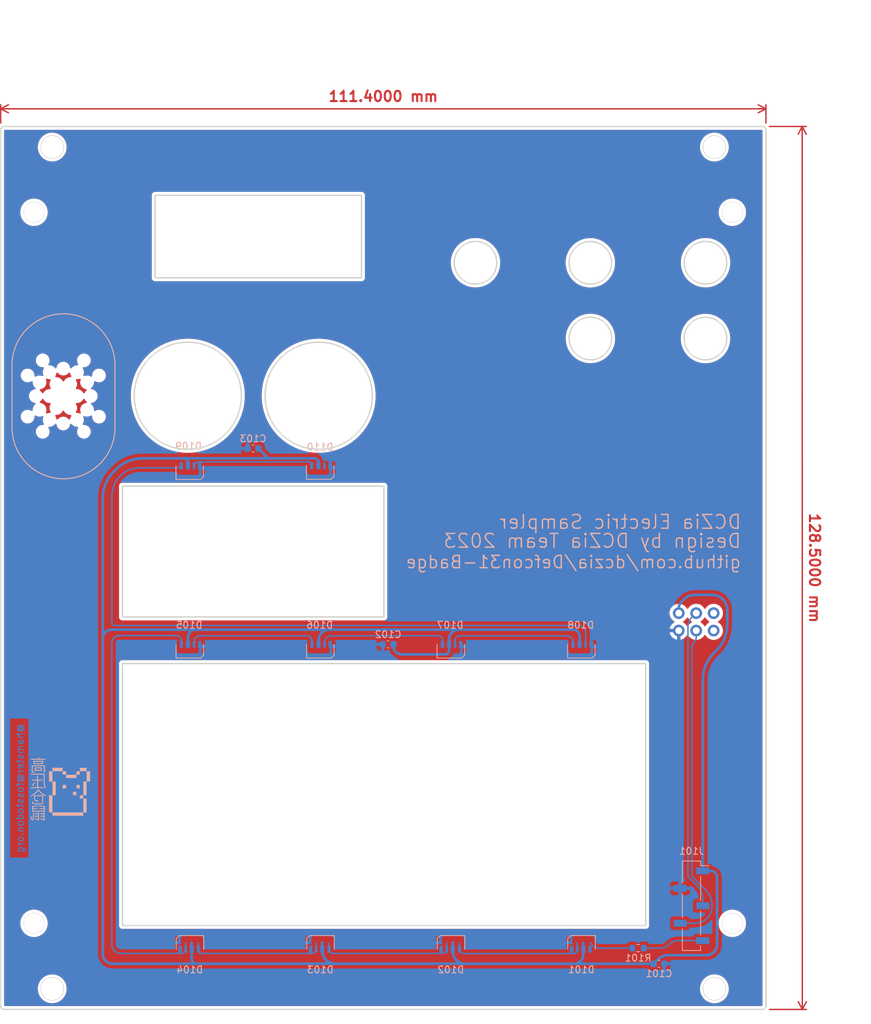
<source format=kicad_pcb>
(kicad_pcb (version 20221018) (generator pcbnew)
  (layers (0 "F.Cu" signal) (31 "B.Cu" signal) (34 "B.Paste" user) (35 "F.Paste" user) (36 "B.SilkS" user "B.Silkscreen") (37 "F.SilkS" user "F.Silkscreen") (38 "B.Mask" user) (39 "F.Mask" user) (44 "Edge.Cuts" user))
  (net 0 "")
  (net 1 "GND")
  (net 2 "+3V3")
  (net 3 "Net-(D101-DOUT)")
  (net 4 "Net-(D101-DIN)")
  (net 5 "Net-(D102-DOUT)")
  (net 6 "Net-(D103-DOUT)")
  (net 7 "Net-(D104-DOUT)")
  (net 8 "Net-(D105-DOUT)")
  (net 9 "Net-(D106-DOUT)")
  (net 10 "Net-(D107-DOUT)")
  (net 11 "Net-(D108-DOUT)")
  (net 12 "Net-(D109-DOUT)")
  (net 13 "SDA")
  (net 14 "SCL")
  (net 15 "Net-(J101-Pin_5)")
  (footprint "lib_fp:MountingHole_1.6" (layer "F.Cu") (at 103.97 156.87)
    (fp_text reference "HOLE3" hide)
    (fp_text value "MountingHole_1.6" hide)
    (pad "" np_thru_hole circle (at 0 0) (size 3.2 3.2) (drill 3.2) (layers "F&B.Cu" "*.Mask"))
  )
  (footprint "lib_fp:MountingHole_1.6" (layer "F.Cu") (at 103.97 34.37)
    (fp_text reference "HOLE1" hide)
    (fp_text value "MountingHole_1.6" hide)
    (pad "" np_thru_hole circle (at 0 0) (size 3.2 3.2) (drill 3.2) (layers "F&B.Cu" "*.Mask"))
  )
  (footprint "lib_fp:Badgelife-Shitty-v1.69bis" (layer "F.Cu") (at 197.72 103.465)
    (fp_text reference "X101" hide)
    (fp_text value "Badgelife_sao_connector_v169bis" hide)
    (pad "1" thru_hole oval (at -2.54 -1.27) (size 1.7 1.7) (drill 1) (layers "*.Cu" "B.Mask") (net 2 "+3V3"))
    (pad "2" thru_hole oval (at -2.54 1.27) (size 1.7 1.7) (drill 1) (layers "*.Cu" "B.Mask") (net 1 "GND"))
    (pad "3" thru_hole circle (at 0 -1.27) (size 1.7 1.7) (drill 1) (layers "*.Cu" "B.Mask") (net 13 "SDA"))
    (pad "4" thru_hole oval (at 0 1.27) (size 1.7 1.7) (drill 1) (layers "*.Cu" "B.Mask") (net 14 "SCL"))
    (pad "5" thru_hole circle (at 2.54 -1.27) (size 1.7 1.7) (drill 1) (layers "*.Cu" "B.Mask"))
    (pad "6" thru_hole oval (at 2.54 1.27) (size 1.7 1.7) (drill 1) (layers "*.Cu" "B.Mask"))
  )
  (footprint "lib_fp:MountingHole_1.6" (layer "F.Cu") (at 200.37 34.37)
    (fp_text reference "HOLE2" hide)
    (fp_text value "MountingHole_1.6" hide)
    (pad "" np_thru_hole circle (at 0 0) (size 3.2 3.2) (drill 3.2) (layers "F&B.Cu" "*.Mask"))
  )
  (footprint "lib_fp:MountingHole_1.6" (layer "F.Cu") (at 200.37 156.86)
    (fp_text reference "HOLE4" hide)
    (fp_text value "MountingHole_1.6" hide)
    (pad "" np_thru_hole circle (at 0 0) (size 3.2 3.2) (drill 3.2) (layers "F&B.Cu" "*.Mask"))
  )
  (footprint "Capacitor_SMD:C_0603_1608Metric" (layer "B.Cu") (at 133.21 78.24 180)
    (fp_text reference "C103" (at 0 1.43) (layer "B.SilkS") (effects (justify mirror)))
    (fp_text value "0.1uF" hide)
    (pad "1" smd roundrect (at -0.775 0 180) (size 0.9 0.95) (layers "B.Cu" "B.Paste" "B.Mask") (net 2 "+3V3"))
    (pad "2" smd roundrect (at 0.775 0 180) (size 0.9 0.95) (layers "B.Cu" "B.Paste" "B.Mask") (net 1 "GND"))
  )
  (footprint "lib_fp:LED_SK6812_4020_" (layer "B.Cu") (at 124.0934 80.7816)
    (fp_text reference "D109" (at -0.27 -2.9) (layer "B.SilkS") (effects (justify mirror)))
    (fp_text value "WS2812B")
    (pad "1" smd rect (at -1.3334 -0.0116) (size 0.45 1) (layers "B.Cu" "B.Paste" "B.Mask") (net 11 "Net-(D108-DOUT)"))
    (pad "2" smd rect (at -0.3584 -0.0116) (size 0.6 1) (layers "B.Cu" "B.Paste" "B.Mask") (net 2 "+3V3"))
    (pad "3" smd rect (at 0.5166 -0.0116) (size 0.35 1) (layers "B.Cu" "B.Paste" "B.Mask") (net 12 "Net-(D109-DOUT)"))
    (pad "4" smd rect (at 1.3416 -0.0116) (size 0.5 1) (layers "B.Cu" "B.Paste" "B.Mask") (net 1 "GND"))
  )
  (footprint "lib_fp:LED_SK6812_4020_" (layer "B.Cu") (at 123.9266 151.0884 180)
    (fp_text reference "D104" (at -0.07 -3) (layer "B.SilkS") (effects (justify mirror)))
    (fp_text value "WS2812B")
    (pad "1" smd rect (at -1.3334 -0.0116 180) (size 0.45 1) (layers "B.Cu" "B.Paste" "B.Mask") (net 6 "Net-(D103-DOUT)"))
    (pad "2" smd rect (at -0.3584 -0.0116 180) (size 0.6 1) (layers "B.Cu" "B.Paste" "B.Mask") (net 2 "+3V3"))
    (pad "3" smd rect (at 0.5166 -0.0116 180) (size 0.35 1) (layers "B.Cu" "B.Paste" "B.Mask") (net 7 "Net-(D104-DOUT)"))
    (pad "4" smd rect (at 1.3416 -0.0116 180) (size 0.5 1) (layers "B.Cu" "B.Paste" "B.Mask") (net 1 "GND"))
  )
  (footprint "lib_fp:LED_SK6812_4020_" (layer "B.Cu") (at 142.9266 151.0884 180)
    (fp_text reference "D103" (at -0.07 -3) (layer "B.SilkS") (effects (justify mirror)))
    (fp_text value "WS2812B")
    (pad "1" smd rect (at -1.3334 -0.0116 180) (size 0.45 1) (layers "B.Cu" "B.Paste" "B.Mask") (net 5 "Net-(D102-DOUT)"))
    (pad "2" smd rect (at -0.3584 -0.0116 180) (size 0.6 1) (layers "B.Cu" "B.Paste" "B.Mask") (net 2 "+3V3"))
    (pad "3" smd rect (at 0.5166 -0.0116 180) (size 0.35 1) (layers "B.Cu" "B.Paste" "B.Mask") (net 6 "Net-(D103-DOUT)"))
    (pad "4" smd rect (at 1.3416 -0.0116 180) (size 0.5 1) (layers "B.Cu" "B.Paste" "B.Mask") (net 1 "GND"))
  )
  (footprint "lib_fp:LED_SK6812_4020_" (layer "B.Cu") (at 143.1034 106.7616)
    (fp_text reference "D106" (at -0.19 -2.83) (layer "B.SilkS") (effects (justify mirror)))
    (fp_text value "WS2812B")
    (pad "1" smd rect (at -1.3334 -0.0116) (size 0.45 1) (layers "B.Cu" "B.Paste" "B.Mask") (net 8 "Net-(D105-DOUT)"))
    (pad "2" smd rect (at -0.3584 -0.0116) (size 0.6 1) (layers "B.Cu" "B.Paste" "B.Mask") (net 2 "+3V3"))
    (pad "3" smd rect (at 0.5166 -0.0116) (size 0.35 1) (layers "B.Cu" "B.Paste" "B.Mask") (net 9 "Net-(D106-DOUT)"))
    (pad "4" smd rect (at 1.3416 -0.0116) (size 0.5 1) (layers "B.Cu" "B.Paste" "B.Mask") (net 1 "GND"))
  )
  (footprint "lib_fp:LED_SK6812_4020_" (layer "B.Cu") (at 161.9266 151.0884 180)
    (fp_text reference "D102" (at -0.07 -3) (layer "B.SilkS") (effects (justify mirror)))
    (fp_text value "WS2812B")
    (pad "1" smd rect (at -1.3334 -0.0116 180) (size 0.45 1) (layers "B.Cu" "B.Paste" "B.Mask") (net 3 "Net-(D101-DOUT)"))
    (pad "2" smd rect (at -0.3584 -0.0116 180) (size 0.6 1) (layers "B.Cu" "B.Paste" "B.Mask") (net 2 "+3V3"))
    (pad "3" smd rect (at 0.5166 -0.0116 180) (size 0.35 1) (layers "B.Cu" "B.Paste" "B.Mask") (net 5 "Net-(D102-DOUT)"))
    (pad "4" smd rect (at 1.3416 -0.0116 180) (size 0.5 1) (layers "B.Cu" "B.Paste" "B.Mask") (net 1 "GND"))
  )
  (footprint "lib_fp:LED_SK6812_4020_" (layer "B.Cu") (at 143.0834 80.7516)
    (fp_text reference "D110" (at -0.12 -2.74) (layer "B.SilkS") (effects (justify mirror)))
    (fp_text value "WS2812B")
    (pad "1" smd rect (at -1.3334 -0.0116) (size 0.45 1) (layers "B.Cu" "B.Paste" "B.Mask") (net 12 "Net-(D109-DOUT)"))
    (pad "2" smd rect (at -0.3584 -0.0116) (size 0.6 1) (layers "B.Cu" "B.Paste" "B.Mask") (net 2 "+3V3"))
    (pad "3" smd rect (at 0.5166 -0.0116) (size 0.35 1) (layers "B.Cu" "B.Paste" "B.Mask"))
    (pad "4" smd rect (at 1.3416 -0.0116) (size 0.5 1) (layers "B.Cu" "B.Paste" "B.Mask") (net 1 "GND"))
  )
  (footprint "lib_fp:LED_SK6812_4020_" (layer "B.Cu") (at 181.1034 106.7616)
    (fp_text reference "D108" (at -0.19 -2.83) (layer "B.SilkS") (effects (justify mirror)))
    (fp_text value "WS2812B")
    (pad "1" smd rect (at -1.3334 -0.0116) (size 0.45 1) (layers "B.Cu" "B.Paste" "B.Mask") (net 10 "Net-(D107-DOUT)"))
    (pad "2" smd rect (at -0.3584 -0.0116) (size 0.6 1) (layers "B.Cu" "B.Paste" "B.Mask") (net 2 "+3V3"))
    (pad "3" smd rect (at 0.5166 -0.0116) (size 0.35 1) (layers "B.Cu" "B.Paste" "B.Mask") (net 11 "Net-(D108-DOUT)"))
    (pad "4" smd rect (at 1.3416 -0.0116) (size 0.5 1) (layers "B.Cu" "B.Paste" "B.Mask") (net 1 "GND"))
  )
  (footprint "lib_fp:hamster" (layer "B.Cu") (at 105.167809 127.766977 180)
    (fp_text reference "G***" hide)
    (fp_text value "LOGO" hide)
  )
  (footprint "lib_fp:LED_SK6812_4020_" (layer "B.Cu") (at 124.1034 106.7616)
    (fp_text reference "D105" (at -0.19 -2.83) (layer "B.SilkS") (effects (justify mirror)))
    (fp_text value "WS2812B")
    (pad "1" smd rect (at -1.3334 -0.0116) (size 0.45 1) (layers "B.Cu" "B.Paste" "B.Mask") (net 7 "Net-(D104-DOUT)"))
    (pad "2" smd rect (at -0.3584 -0.0116) (size 0.6 1) (layers "B.Cu" "B.Paste" "B.Mask") (net 2 "+3V3"))
    (pad "3" smd rect (at 0.5166 -0.0116) (size 0.35 1) (layers "B.Cu" "B.Paste" "B.Mask") (net 8 "Net-(D105-DOUT)"))
    (pad "4" smd rect (at 1.3416 -0.0116) (size 0.5 1) (layers "B.Cu" "B.Paste" "B.Mask") (net 1 "GND"))
  )
  (footprint "Capacitor_SMD:C_0603_1608Metric" (layer "B.Cu") (at 192.29 153.225)
    (fp_text reference "C101" (at 0 1.43) (layer "B.SilkS") (effects (justify mirror)))
    (fp_text value "0.1uF")
    (pad "1" smd roundrect (at -0.775 0) (size 0.9 0.95) (layers "B.Cu" "B.Paste" "B.Mask") (net 2 "+3V3"))
    (pad "2" smd roundrect (at 0.775 0) (size 0.9 0.95) (layers "B.Cu" "B.Paste" "B.Mask") (net 1 "GND"))
  )
  (footprint "Resistor_SMD:R_0603_1608Metric" (layer "B.Cu") (at 189.26 150.95)
    (fp_text reference "R101" (at 0 1.43) (layer "B.SilkS") (effects (justify mirror)))
    (fp_text value "10R")
    (pad "1" smd roundrect (at -0.825 0) (size 0.8 0.95) (layers "B.Cu" "B.Paste" "B.Mask") (net 4 "Net-(D101-DIN)"))
    (pad "2" smd roundrect (at 0.825 0) (size 0.8 0.95) (layers "B.Cu" "B.Paste" "B.Mask") (net 15 "Net-(J101-Pin_5)"))
  )
  (footprint "Connector_PinSocket_2.54mm:PinSocket_1x05_P2.54mm_Vertical_SMD_Pin1Left" (layer "B.Cu") (at 197.03 144.78 180)
    (fp_text reference "J101" (at 0 7.95) (layer "B.SilkS") (effects (justify mirror)))
    (fp_text value "FRONT")
    (pad "1" smd rect (at -1.65 5.08 180) (size 1.9 1) (layers "B.Cu" "B.Paste" "B.Mask") (net 2 "+3V3"))
    (pad "2" smd rect (at 1.65 2.54 180) (size 1.9 1) (layers "B.Cu" "B.Paste" "B.Mask") (net 1 "GND"))
    (pad "3" smd rect (at -1.65 0 180) (size 1.9 1) (layers "B.Cu" "B.Paste" "B.Mask") (net 13 "SDA"))
    (pad "4" smd rect (at 1.65 -2.54 180) (size 1.9 1) (layers "B.Cu" "B.Paste" "B.Mask") (net 14 "SCL"))
    (pad "5" smd rect (at -1.65 -5.08 180) (size 1.9 1) (layers "B.Cu" "B.Paste" "B.Mask") (net 15 "Net-(J101-Pin_5)"))
  )
  (footprint "lib_fp:LED_SK6812_4020_" (layer "B.Cu") (at 180.9266 151.0884 180)
    (fp_text reference "D101" (at -0.07 -3) (layer "B.SilkS") (effects (justify mirror)))
    (fp_text value "WS2812B")
    (pad "1" smd rect (at -1.3334 -0.0116 180) (size 0.45 1) (layers "B.Cu" "B.Paste" "B.Mask") (net 4 "Net-(D101-DIN)"))
    (pad "2" smd rect (at -0.3584 -0.0116 180) (size 0.6 1) (layers "B.Cu" "B.Paste" "B.Mask") (net 2 "+3V3"))
    (pad "3" smd rect (at 0.5166 -0.0116 180) (size 0.35 1) (layers "B.Cu" "B.Paste" "B.Mask") (net 3 "Net-(D101-DOUT)"))
    (pad "4" smd rect (at 1.3416 -0.0116 180) (size 0.5 1) (layers "B.Cu" "B.Paste" "B.Mask") (net 1 "GND"))
  )
  (footprint "Capacitor_SMD:C_0603_1608Metric" (layer "B.Cu") (at 152.87 106.73 180)
    (fp_text reference "C102" (at 0 1.43) (layer "B.SilkS") (effects (justify mirror)))
    (fp_text value "0.1uF")
    (pad "1" smd roundrect (at -0.775 0 180) (size 0.9 0.95) (layers "B.Cu" "B.Paste" "B.Mask") (net 2 "+3V3"))
    (pad "2" smd roundrect (at 0.775 0 180) (size 0.9 0.95) (layers "B.Cu" "B.Paste" "B.Mask") (net 1 "GND"))
  )
  (footprint "lib_fp:Speaker" (layer "B.Cu") (at 105.585 70.605 90)
    (fp_text reference "REF**" hide)
    (fp_text value "Speaker" hide)
    (pad "" np_thru_hole circle (at -5.196152 -3 90) (size 1.5 1.5) (drill 1.5) (layers "*.Cu" "*.Mask"))
    (pad "" np_thru_hole circle (at -5.196152 3 90) (size 1.5 1.5) (drill 1.5) (layers "*.Cu" "*.Mask"))
    (pad "" np_thru_hole circle (at -4 0 90) (size 1.5 1.5) (drill 1.5) (layers "*.Cu" "*.Mask"))
    (pad "" np_thru_hole circle (at -3.464102 -2 90) (size 1.5 1.5) (drill 1.5) (layers "*.Cu" "*.Mask"))
    (pad "" np_thru_hole circle (at -3.464102 2 90) (size 1.5 1.5) (drill 1.5) (layers "*.Cu" "*.Mask"))
    (pad "" np_thru_hole circle (at -3 -5.196152 90) (size 1.5 1.5) (drill 1.5) (layers "*.Cu" "*.Mask"))
    (pad "" np_thru_hole circle (at -3 5.196152 90) (size 1.5 1.5) (drill 1.5) (layers "*.Cu" "*.Mask"))
    (pad "" np_thru_hole circle (at -2 -3.464102 90) (size 1.5 1.5) (drill 1.5) (layers "*.Cu" "*.Mask"))
    (pad "" np_thru_hole circle (at -2 3.464102 90) (size 1.5 1.5) (drill 1.5) (layers "*.Cu" "*.Mask"))
    (pad "" np_thru_hole circle (at -1.732051 -1 90) (size 1.5 1.5) (drill 1.5) (layers "*.Cu" "*.Mask"))
    (pad "" np_thru_hole circle (at -1.732051 1 90) (size 1.5 1.5) (drill 1.5) (layers "*.Cu" "*.Mask"))
    (pad "" np_thru_hole circle (at 0 -4 90) (size 1.5 1.5) (drill 1.5) (layers "*.Cu" "*.Mask"))
    (pad "" np_thru_hole circle (at 0 -2 90) (size 1.5 1.5) (drill 1.5) (layers "*.Cu" "*.Mask"))
    (pad "" np_thru_hole circle (at 0 0 90) (size 1.5 1.5) (drill 1.5) (layers "*.Cu" "*.Mask"))
    (pad "" np_thru_hole circle (at 0 2 90) (size 1.5 1.5) (drill 1.5) (layers "*.Cu" "*.Mask"))
    (pad "" np_thru_hole circle (at 0 4 90) (size 1.5 1.5) (drill 1.5) (layers "*.Cu" "*.Mask"))
    (pad "" np_thru_hole circle (at 1.732051 -1 90) (size 1.5 1.5) (drill 1.5) (layers "*.Cu" "*.Mask"))
    (pad "" np_thru_hole circle (at 1.732051 1 90) (size 1.5 1.5) (drill 1.5) (layers "*.Cu" "*.Mask"))
    (pad "" np_thru_hole circle (at 2 -3.464102 90) (size 1.5 1.5) (drill 1.5) (layers "*.Cu" "*.Mask"))
    (pad "" np_thru_hole circle (at 2 3.464102 90) (size 1.5 1.5) (drill 1.5) (layers "*.Cu" "*.Mask"))
    (pad "" np_thru_hole circle (at 3 -5.196152 90) (size 1.5 1.5) (drill 1.5) (layers "*.Cu" "*.Mask"))
    (pad "" np_thru_hole circle (at 3 5.196152 90) (size 1.5 1.5) (drill 1.5) (layers "*.Cu" "*.Mask"))
    (pad "" np_thru_hole circle (at 3.464102 -2 90) (size 1.5 1.5) (drill 1.5) (layers "*.Cu" "*.Mask"))
    (pad "" np_thru_hole circle (at 3.464102 2 90) (size 1.5 1.5) (drill 1.5) (layers "*.Cu" "*.Mask"))
    (pad "" np_thru_hole circle (at 4 0 90) (size 1.5 1.5) (drill 1.5) (layers "*.Cu" "*.Mask"))
    (pad "" np_thru_hole circle (at 5.196152 -3 90) (size 1.5 1.5) (drill 1.5) (layers "*.Cu" "*.Mask"))
    (pad "" np_thru_hole circle (at 5.196152 3 90) (size 1.5 1.5) (drill 1.5) (layers "*.Cu" "*.Mask"))
  )
  (footprint "lib_fp:LED_SK6812_4020_" (layer "B.Cu") (at 162.1034 106.7616)
    (fp_text reference "D107" (at -0.19 -2.83) (layer "B.SilkS") (effects (justify mirror)))
    (fp_text value "WS2812B")
    (pad "1" smd rect (at -1.3334 -0.0116) (size 0.45 1) (layers "B.Cu" "B.Paste" "B.Mask") (net 9 "Net-(D106-DOUT)"))
    (pad "2" smd rect (at -0.3584 -0.0116) (size 0.6 1) (layers "B.Cu" "B.Paste" "B.Mask") (net 2 "+3V3"))
    (pad "3" smd rect (at 0.5166 -0.0116) (size 0.35 1) (layers "B.Cu" "B.Paste" "B.Mask") (net 10 "Net-(D107-DOUT)"))
    (pad "4" smd rect (at 1.3416 -0.0116) (size 0.5 1) (layers "B.Cu" "B.Paste" "B.Mask") (net 1 "GND"))
  )
  (gr_circle (center 200.3714 156.869) (end 201.9714 156.869) (stroke (width 0.2)) (fill none) (layer "Edge.Cuts"))
  (gr_line (start 207.371447 159.866447) (end 96.973553 159.866447) (stroke (width 0.2)) (layer "Edge.Cuts"))
  (gr_line (start 96.47 159.371447) (end 96.47 31.87) (stroke (width 0.2)) (layer "Edge.Cuts"))
  (gr_arc (start 207.871447 159.366447) (mid 207.725 159.72) (end 207.371447 159.866447) (stroke (width 0.2)) (layer "Edge.Cuts"))
  (gr_circle (center 165.59 51.2) (end 168.69 51.2) (stroke (width 0.2)) (fill none) (layer "Edge.Cuts"))
  (gr_circle (center 101.32 147.34) (end 102.82 147.34) (stroke (width 0.05)) (fill none) (layer "Edge.Cuts"))
  (gr_circle (center 142.76 70.56) (end 150.56 70.56) (stroke (width 0.2)) (fill none) (layer "Edge.Cuts"))
  (gr_circle (center 199.08 51.2) (end 202.18 51.2) (stroke (width 0.2)) (fill none) (layer "Edge.Cuts"))
  (gr_circle (center 200.3714 34.369) (end 201.9714 34.369) (stroke (width 0.2)) (fill none) (layer "Edge.Cuts"))
  (gr_circle (center 202.98 147.34) (end 204.48 147.34) (stroke (width 0.05)) (fill none) (layer "Edge.Cuts"))
  (gr_rect (start 118.95 41.39) (end 148.99 53.39) (stroke (width 0.2)) (fill none) (layer "Edge.Cuts"))
  (gr_line (start 207.371447 31.37) (end 96.97 31.37) (stroke (width 0.2)) (layer "Edge.Cuts"))
  (gr_arc (start 96.47 31.87) (mid 96.616447 31.516447) (end 96.97 31.37) (stroke (width 0.2)) (layer "Edge.Cuts"))
  (gr_circle (center 101.32 43.86) (end 102.82 43.86) (stroke (width 0.05)) (fill none) (layer "Edge.Cuts"))
  (gr_circle (center 182.31 51.21) (end 185.41 51.21) (stroke (width 0.2)) (fill none) (layer "Edge.Cuts"))
  (gr_line (start 207.871447 31.87) (end 207.871447 159.366447) (stroke (width 0.2)) (layer "Edge.Cuts"))
  (gr_rect (start 114.2 83.71) (end 152.26 102.75) (stroke (width 0.2)) (fill none) (layer "Edge.Cuts"))
  (gr_arc (start 96.973553 159.866447) (mid 96.623535 159.721465) (end 96.478553 159.371447) (stroke (width 0.2)) (layer "Edge.Cuts"))
  (gr_circle (center 182.32 62.22) (end 185.42 62.22) (stroke (width 0.2)) (fill none) (layer "Edge.Cuts"))
  (gr_arc (start 207.371447 31.37) (mid 207.725 31.516447) (end 207.871447 31.87) (stroke (width 0.2)) (layer "Edge.Cuts"))
  (gr_circle (center 202.98 43.86) (end 204.48 43.86) (stroke (width 0.05)) (fill none) (layer "Edge.Cuts"))
  (gr_rect (start 114.2 109.54) (end 190.37 147.65) (stroke (width 0.2)) (fill none) (layer "Edge.Cuts"))
  (gr_circle (center 103.9714 156.869) (end 105.5714 156.869) (stroke (width 0.2)) (fill none) (layer "Edge.Cuts"))
  (gr_circle (center 103.9714 34.369) (end 105.5714 34.369) (stroke (width 0.2)) (fill none) (layer "Edge.Cuts"))
  (gr_circle (center 199.07 62.23) (end 202.17 62.23) (stroke (width 0.2)) (fill none) (layer "Edge.Cuts"))
  (gr_circle (center 123.71 70.56) (end 131.51 70.56) (stroke (width 0.2)) (fill none) (layer "Edge.Cuts"))
  (gr_text "@hamster@fosstodon.org" (at 99.865 118.185 90) (layer "B.Cu") (effects (font (size 1 1)) (justify left bottom mirror)))
  (gr_text "Design by DCZia Team 2023" (at 204.395 92.845) (layer "B.SilkS") (effects (font (size 2 2) (thickness 0.2)) (justify left bottom mirror)))
  (gr_text "DCZia Electric Sampler" (at 204.415 90.09) (layer "B.SilkS") (effects (font (size 2 2) (thickness 0.2)) (justify left bottom mirror)))
  (gr_text "github.com/dczia/Defcon31-Badge" (at 204.35 95.815) (layer "B.SilkS") (effects (font (size 1.8 1.8) (thickness 0.2)) (justify left bottom mirror)))
  (dimension (type aligned) (layer "F.Cu") (pts (xy 96.47 31.37) (xy 207.87 31.37)) (height -2.57) (gr_text "111.4000 mm" (at 152.17 27) (layer "F.Cu") (effects (font (size 1.5 1.5) (thickness 0.3)))) (format (prefix "") (suffix "") (units 3) (units_format 1) (precision 4)) (style (thickness 0.2) (arrow_length 1.27) (text_position_mode 0) (extension_height 0.58642) (extension_offset 0.5) keep_text_aligned))
  (dimension (type aligned) (layer "F.Cu") (pts (xy 207.87 31.37) (xy 207.89 159.87)) (height -5.280593) (gr_text "128.5000 mm" (at 214.960593 95.618898 270.0089176) (layer "F.Cu") (effects (font (size 1.5 1.5) (thickness 0.3)))) (format (prefix "") (suffix "") (units 3) (units_format 1) (precision 4)) (style (thickness 0.2) (arrow_length 1.27) (text_position_mode 0) (extension_height 0.58642) (extension_offset 0.5) keep_text_aligned))
  (segment (start 111.33 105.897401) (end 111.33 104.822598) (width 0.381) (layer "B.Cu") (net 2))
  (segment (start 135.7725 79.67) (end 136.4875 79.67) (width 0.381) (layer "B.Cu") (net 2))
  (segment (start 135.7725 79.67) (end 123.53 79.67) (width 0.381) (layer "B.Cu") (net 2))
  (segment (start 112.627401 104.6) (end 123.938664 104.6) (width 0.381) (layer "B.Cu") (net 2))
  (segment (start 136.4875 79.67) (end 135.7725 79.67) (width 0.381) (layer "B.Cu") (net 2))
  (segment (start 164.079533 153.22) (end 162.580466 153.22) (width 0.381) (layer "B.Cu") (net 2))
  (segment (start 161.196654 108.2) (end 154.891187 108.2) (width 0.381) (layer "B.Cu") (net 2))
  (segment (start 124.384228 153.22) (end 112.763969 153.22) (width 0.381) (layer "B.Cu") (net 2))
  (segment (start 143.603898 153.22) (end 124.935771 153.22) (width 0.381) (layer "B.Cu") (net 2))
  (segment (start 123.21 79.67) (end 123.53 79.67) (width 0.381) (layer "B.Cu") (net 2))
  (segment (start 153.645 107.1) (end 153.645 106.73) (width 0.381) (layer "B.Cu") (net 2))
  (segment (start 200.273792 108.021206) (end 200.646207 107.648792) (width 0.381) (layer "B.Cu") (net 2))
  (segment (start 117.113963 79.67) (end 122.73 79.67) (width 0.381) (layer "B.Cu") (net 2))
  (segment (start 197.535807 99.54) (end 200.037832 99.54) (width 0.381) (layer "B.Cu") (net 2))
  (segment (start 192.14 152.6) (end 191.5175 153.2225) (width 0.381) (layer "B.Cu") (net 2))
  (segment (start 162.27 151.410466) (end 162.27 150.16) (width 0.381) (layer "B.Cu") (net 2))
  (segment (start 161.76 105.999827) (end 161.76 107.03) (width 0.381) (layer "B.Cu") (net 2))
  (segment (start 124.27 152.554228) (end 124.27 150.16) (width 0.381) (layer "B.Cu") (net 2))
  (segment (start 123.21 79.67) (end 123.05 79.67) (width 0.381) (layer "B.Cu") (net 2))
  (segment (start 161.76 107.636654) (end 161.76 107.03) (width 0.381) (layer "B.Cu") (net 2))
  (segment (start 144.279325 104.6) (end 143.020674 104.6) (width 0.381) (layer "B.Cu") (net 2))
  (segment (start 111.33 85.453963) (end 111.33 104.822598) (width 0.381) (layer "B.Cu") (net 2))
  (segment (start 179.80402 104.6) (end 163.159827 104.6) (width 0.381) (layer "B.Cu") (net 2))
  (segment (start 195.63078 100.469219) (end 195.87 100.23) (width 0.381) (layer "B.Cu") (net 2))
  (segment (start 135.162209 79.417209) (end 133.985 78.24) (width 0.381) (layer "B.Cu") (net 2))
  (segment (start 111.33 105.897401) (end 111.33 151.78603) (width 0.381) (layer "B.Cu") (net 2))
  (segment (start 202.24 101.742167) (end 202.24 103.801036) (width 0.381) (layer "B.Cu") (net 2))
  (segment (start 162.000172 104.6) (end 163.159827 104.6) (width 0.381) (layer "B.Cu") (net 2))
  (segment (start 198.68 139.7) (end 198.68 111.868963) (width 0.381) (layer "B.Cu") (net 2))
  (segment (start 181.27 151.888456) (end 181.27 150.16) (width 0.381) (layer "B.Cu") (net 2))
  (segment (start 123.483137 79.783137) (end 123.56 79.86) (width 0.381) (layer "B.Cu") (net 2))
  (segment (start 191.506464 153.22) (end 181.041543 153.22) (width 0.381) (layer "B.Cu") (net 2))
  (segment (start 123.938664 104.6) (end 124.801335 104.6) (width 0.381) (layer "B.Cu") (net 2))
  (segment (start 142.76 106.119325) (end 142.76 107.03) (width 0.381) (layer "B.Cu") (net 2))
  (segment (start 179.938456 153.22) (end 164.079533 153.22) (width 0.381) (layer "B.Cu") (net 2))
  (segment (start 200.765 140.67305) (end 200.765 150.421532) (width 0.381) (layer "B.Cu") (net 2))
  (segment (start 195.18 101.5575) (end 195.18 102.195) (width 0.381) (layer "B.Cu") (net 2))
  (segment (start 154.01 107.835) (end 153.906629 107.731629) (width 0.381) (layer "B.Cu") (net 2))
  (segment (start 179.938456 153.22) (end 181.041543 153.22) (width 0.381) (layer "B.Cu") (net 2))
  (segment (start 136.4875 79.67) (end 142.159583 79.67) (width 0.381) (layer "B.Cu") (net 2))
  (segment (start 123.76 105.641335) (end 123.76 107.03) (width 0.381) (layer "B.Cu") (net 2))
  (segment (start 113.266206 81.263792) (end 112.923792 81.606207) (width 0.381) (layer "B.Cu") (net 2))
  (segment (start 143.603898 153.22) (end 145.216101 153.22) (width 0.381) (layer "B.Cu") (net 2))
  (segment (start 145.216101 153.22) (end 162.580466 153.22) (width 0.381) (layer "B.Cu") (net 2))
  (segment (start 180.76 105.555979) (end 180.76 107.03) (width 0.381) (layer "B.Cu") (net 2))
  (segment (start 142.74 80.250416) (end 142.74 81.02) (width 0.381) (layer "B.Cu") (net 2))
  (segment (start 124.384228 153.22) (end 124.935771 153.22) (width 0.381) (layer "B.Cu") (net 2))
  (segment (start 123.05 79.67) (end 122.73 79.67) (width 0.381) (layer "B.Cu") (net 2))
  (segment (start 143.27 151.273898) (end 143.27 150.16) (width 0.381) (layer "B.Cu") (net 2))
  (segment (start 144.279325 104.6) (end 162.000172 104.6) (width 0.381) (layer "B.Cu") (net 2))
  (segment (start 123.75 80.3187) (end 123.75 81.05) (width 0.381) (layer "B.Cu") (net 2))
  (segment (start 193.648883 151.975) (end 199.211532 151.975) (width 0.381) (layer "B.Cu") (net 2))
  (segment (start 143.020674 104.6) (end 124.801335 104.6) (width 0.381) (layer "B.Cu") (net 2))
  (segment (start 199.791949 139.7) (end 198.68 139.7) (width 0.381) (layer "B.Cu") (net 2))
  (arc (start 111.75 152.8) (mid 111.439154 152.334786) (end 111.33 151.78603) (width 0.381) (layer "B.Cu") (net 2))
  (arc (start 201.595 100.185) (mid 202.072369 100.899434) (end 202.24 101.742167) (width 0.381) (layer "B.Cu") (net 2))
  (arc (start 111.33 105.897401) (mid 111.428758 105.400907) (end 111.71 104.98) (width 0.381) (layer "B.Cu") (net 2))
  (arc (start 123.76 105.641335) (mid 123.839266 105.242833) (end 124.065 104.905) (width 0.381) (layer "B.Cu") (net 2))
  (arc (start 154.01 107.835) (mid 154.414292 108.105139) (end 154.891187 108.2) (width 0.381) (layer "B.Cu") (net 2))
  (arc (start 200.31 151.52) (mid 199.806018 151.856749) (end 199.211532 151.975) (width 0.381) (layer "B.Cu") (net 2))
  (arc (start 123.938664 104.6) (mid 124.103729 104.710292) (end 124.065 104.905) (width 0.381) (layer "B.Cu") (net 2))
  (arc (start 161.595 108.035) (mid 161.412237 108.157117) (end 161.196654 108.2) (width 0.381) (layer "B.Cu") (net 2))
  (arc (start 153.645 107.1) (mid 153.712995 107.441835) (end 153.906629 107.731629) (width 0.381) (layer "B.Cu") (net 2))
  (arc (start 162.27 151.410466) (mid 162.407742 152.102944) (end 162.8 152.69) (width 0.381) (layer "B.Cu") (net 2))
  (arc (start 135.162209 79.417209) (mid 135.442212 79.604301) (end 135.7725 79.67) (width 0.381) (layer "B.Cu") (net 2))
  (arc (start 195.63078 100.469219) (mid 195.297153 100.968526) (end 195.18 101.5575) (width 0.381) (layer "B.Cu") (net 2))
  (arc (start 200.273792 108.021206) (mid 199.094213 109.786572) (end 198.68 111.868963) (width 0.381) (layer "B.Cu") (net 2))
  (arc (start 124.065 104.905) (mid 124.402833 104.679266) (end 124.801335 104.6) (width 0.381) (layer "B.Cu") (net 2))
  (arc (start 201.595 100.185) (mid 200.880565 99.70763) (end 200.037832 99.54) (width 0.381) (layer "B.Cu") (net 2))
  (arc (start 144.279325 104.6) (mid 143.697904 104.715651) (end 143.205 105.045) (width 0.381) (layer "B.Cu") (net 2))
  (arc (start 142.74 80.250416) (mid 142.695818 80.0283) (end 142.57 79.84) (width 0.381) (layer "B.Cu") (net 2))
  (arc (start 180.88 152.83) (mid 181.168642 152.398016) (end 181.27 151.888456) (width 0.381) (layer "B.Cu") (net 2))
  (arc (start 162.8 152.69) (mid 162.8673 153.028343) (end 162.580466 153.22) (width 0.381) (layer "B.Cu") (net 2))
  (arc (start 180.88 152.83) (mid 180.448016 153.118642) (end 179.938456 153.22) (width 0.381) (layer "B.Cu") (net 2))
  (arc (start 143.205 105.045) (mid 142.875651 105.537904) (end 142.76 106.119325) (width 0.381) (layer "B.Cu") (net 2))
  (arc (start 197.535807 99.54) (mid 196.634278 99.719325) (end 195.87 100.23) (width 0.381) (layer "B.Cu") (net 2))
  (arc (start 111.71 104.98) (mid 112.130907 104.698758) (end 112.627401 104.6) (width 0.381) (layer "B.Cu") (net 2))
  (arc (start 200.48 139.985) (mid 200.164319 139.774069) (end 199.791949 139.7) (width 0.381) (layer "B.Cu") (net 2))
  (arc (start 124.27 152.554228) (mid 124.320678 152.809008) (end 124.465 153.025) (width 0.381) (layer "B.Cu") (net 2))
  (arc (start 179.80402 104.6) (mid 180.169857 104.672769) (end 180.48 104.88) (width 0.381) (layer "B.Cu") (net 2))
  (arc (start 163.159827 104.6) (mid 162.624136 104.706555) (end 162.17 105.01) (width 0.381) (layer "B.Cu") (net 2))
  (arc (start 143.020674 104.6) (mid 143.261506 104.760918) (end 143.205 105.045) (width 0.381) (layer "B.Cu") (net 2))
  (arc (start 143.27 151.273898) (mid 143.418138 152.018639) (end 143.84 152.65) (width 0.381) (layer "B.Cu") (net 2))
  (arc (start 124.465 153.025) (mid 124.489761 153.149484) (end 124.384228 153.22) (width 0.381) (layer "B.Cu") (net 2))
  (arc (start 111.71 104.98) (mid 111.467413 105.028253) (end 111.33 104.822598) (width 0.381) (layer "B.Cu") (net 2))
  (arc (start 123.75 80.3187) (mid 123.70062 80.070453) (end 123.56 79.86) (width 0.381) (layer "B.Cu") (net 2))
  (arc (start 200.765 150.421532) (mid 200.646749 151.016018) (end 200.31 151.52) (width 0.381) (layer "B.Cu") (net 2))
  (arc (start 143.84 152.65) (mid 144.47136 153.071861) (end 145.216101 153.22) (width 0.381) (layer "B.Cu") (net 2))
  (arc (start 180.76 105.555979) (mid 180.68723 105.190141) (end 180.48 104.88) (width 0.381) (layer "B.Cu") (net 2))
  (arc (start 162.8 152.69) (mid 163.387054 153.082257) (end 164.079533 153.22) (width 0.381) (layer "B.Cu") (net 2))
  (arc (start 191.5125 153.2225) (mid 191.50973 153.220649) (end 191.506464 153.22) (width 0.381) (layer "B.Cu") (net 2))
  (arc (start 162.000172 104.6) (mid 162.222062 104.748262) (end 162.17 105.01) (width 0.381) (layer "B.Cu") (net 2))
  (arc (start 191.5125 153.2225) (mid 191.515 153.223535) (end 191.5175 153.2225) (width 0.381) (layer "B.Cu") (net 2))
  (arc (start 161.76 105.999827) (mid 161.866555 105.464136) (end 162.17 105.01) (width 0.381) (layer "B.Cu") (net 2))
  (arc (start 117.113963 79.67) (mid 115.031572 80.084213) (end 113.266206 81.263792) (width 0.381) (layer "B.Cu") (net 2))
  (arc (start 124.465 153.025) (mid 124.680991 153.169321) (end 124.935771 153.22) (width 0.381) (layer "B.Cu") (net 2))
  (arc (start 193.648883 151.975) (mid 192.832281 152.137432) (end 192.14 152.6) (width 0.381) (layer "B.Cu") (net 2))
  (arc (start 143.603898 153.22) (mid 143.912379 153.013879) (end 143.84 152.65) (width 0.381) (layer "B.Cu") (net 2))
  (arc (start 111.33 85.453963) (mid 111.744213 83.371572) (end 112.923792 81.606207) (width 0.381) (layer "B.Cu") (net 2))
  (arc (start 161.76 107.636654) (mid 161.717117 107.852237) (end 161.595 108.035) (width 0.381) (layer "B.Cu") (net 2))
  (arc (start 123.53 79.67) (mid 123.46877 79.710912) (end 123.483137 79.783137) (width 0.381) (layer "B.Cu") (net 2))
  (arc (start 180.88 152.83) (mid 180.830476 153.078969) (end 181.041543 153.22) (width 0.381) (layer "B.Cu") (net 2))
  (arc (start 142.159583 79.67) (mid 142.381699 79.714181) (end 142.57 79.84) (width 0.381) (layer "B.Cu") (net 2))
  (arc (start 123.21 79.67) (mid 123.35782 79.699403) (end 123.483137 79.783137) (width 0.381) (layer "B.Cu") (net 2))
  (arc (start 111.75 152.8) (mid 112.215213 153.110845) (end 112.763969 153.22) (width 0.381) (layer "B.Cu") (net 2))
  (arc (start 200.48 139.985) (mid 200.69093 140.30068) (end 200.765 140.67305) (width 0.381) (layer "B.Cu") (net 2))
  (arc (start 202.24 103.801036) (mid 201.825786 105.883426) (end 200.646207 107.648792) (width 0.381) (layer "B.Cu") (net 2))
  (segment (start 180.395 151.133977) (end 180.395 150.16) (width 0.2032) (layer "B.Cu") (net 3))
  (segment (start 163.245 150.997408) (end 163.245 150.16) (width 0.2032) (layer "B.Cu") (net 3))
  (segment (start 163.987591 151.74) (end 179.788977 151.74) (width 0.2032) (layer "B.Cu") (net 3))
  (arc (start 180.2175 151.5625) (mid 180.020891 151.693869) (end 179.788977 151.74) (width 0.2032) (layer "B.Cu") (net 3))
  (arc (start 163.987591 151.74) (mid 163.703413 151.683473) (end 163.4625 151.5225) (width 0.2032) (layer "B.Cu") (net 3))
  (arc (start 180.395 151.133977) (mid 180.348869 151.365891) (end 180.2175 151.5625) (width 0.2032) (layer "B.Cu") (net 3))
  (arc (start 163.4625 151.5225) (mid 163.301526 151.281585) (end 163.245 150.997408) (width 0.2032) (layer "B.Cu") (net 3))
  (segment (start 182.64 150.555) (end 182.245 150.16) (width 0.2032) (layer "B.Cu") (net 4))
  (segment (start 183.593614 150.95) (end 188.435 150.95) (width 0.2032) (layer "B.Cu") (net 4))
  (arc (start 182.64 150.555) (mid 183.077521 150.847342) (end 183.593614 150.95) (width 0.2032) (layer "B.Cu") (net 4))
  (segment (start 144.799809 151.72) (end 160.823119 151.72) (width 0.2032) (layer "B.Cu") (net 5))
  (segment (start 161.395 151.148119) (end 161.395 150.16) (width 0.2032) (layer "B.Cu") (net 5))
  (segment (start 144.245 151.16519) (end 144.245 150.16) (width 0.2032) (layer "B.Cu") (net 5))
  (arc (start 161.395 151.148119) (mid 161.351468 151.366968) (end 161.2275 151.5525) (width 0.2032) (layer "B.Cu") (net 5))
  (arc (start 160.823119 151.72) (mid 161.041968 151.676468) (end 161.2275 151.5525) (width 0.2032) (layer "B.Cu") (net 5))
  (arc (start 144.4075 151.5575) (mid 144.287232 151.377506) (end 144.245 151.16519) (width 0.2032) (layer "B.Cu") (net 5))
  (arc (start 144.799809 151.72) (mid 144.587493 151.677767) (end 144.4075 151.5575) (width 0.2032) (layer "B.Cu") (net 5))
  (segment (start 125.245 151.199332) (end 125.245 150.16) (width 0.2032) (layer "B.Cu") (net 6))
  (segment (start 142.395 151.01155) (end 142.395 150.16) (width 0.2032) (layer "B.Cu") (net 6))
  (segment (start 141.68655 151.72) (end 125.765667 151.72) (width 0.2032) (layer "B.Cu") (net 6))
  (arc (start 142.1875 151.5125) (mid 141.957662 151.666072) (end 141.68655 151.72) (width 0.2032) (layer "B.Cu") (net 6))
  (arc (start 125.3975 151.5675) (mid 125.566416 151.680366) (end 125.765667 151.72) (width 0.2032) (layer "B.Cu") (net 6))
  (arc (start 142.395 151.01155) (mid 142.341072 151.282662) (end 142.1875 151.5125) (width 0.2032) (layer "B.Cu") (net 6))
  (arc (start 125.3975 151.5675) (mid 125.284633 151.398583) (end 125.245 151.199332) (width 0.2032) (layer "B.Cu") (net 6))
  (segment (start 112.64 150.371385) (end 112.64 106.494264) (width 0.2032) (layer "B.Cu") (net 7))
  (segment (start 121.991195 105.47) (end 113.664264 105.47) (width 0.2032) (layer "B.Cu") (net 7))
  (segment (start 122.785 106.263804) (end 122.785 107.03) (width 0.2032) (layer "B.Cu") (net 7))
  (segment (start 123.395 151.062763) (end 123.395 150.16) (width 0.2032) (layer "B.Cu") (net 7))
  (segment (start 113.988614 151.72) (end 122.737763 151.72) (width 0.2032) (layer "B.Cu") (net 7))
  (arc (start 123.2025 151.5275) (mid 122.989277 151.66997) (end 122.737763 151.72) (width 0.2032) (layer "B.Cu") (net 7))
  (arc (start 112.94 105.77) (mid 113.272295 105.547967) (end 113.664264 105.47) (width 0.2032) (layer "B.Cu") (net 7))
  (arc (start 122.785 106.263804) (mid 122.724575 105.960028) (end 122.5525 105.7025) (width 0.2032) (layer "B.Cu") (net 7))
  (arc (start 123.395 151.062763) (mid 123.34497 151.314277) (end 123.2025 151.5275) (width 0.2032) (layer "B.Cu") (net 7))
  (arc (start 112.64 106.494264) (mid 112.717967 106.102295) (end 112.94 105.77) (width 0.2032) (layer "B.Cu") (net 7))
  (arc (start 113.035 151.325) (mid 113.472521 151.617342) (end 113.988614 151.72) (width 0.2032) (layer "B.Cu") (net 7))
  (arc (start 122.5525 105.7025) (mid 122.294971 105.530424) (end 121.991195 105.47) (width 0.2032) (layer "B.Cu") (net 7))
  (arc (start 112.64 150.371385) (mid 112.742657 150.887477) (end 113.035 151.325) (width 0.2032) (layer "B.Cu") (net 7))
  (segment (start 125.531231 105.49) (end 141.07655 105.49) (width 0.2032) (layer "B.Cu") (net 8))
  (segment (start 124.635 106.386231) (end 124.635 107.03) (width 0.2032) (layer "B.Cu") (net 8))
  (segment (start 141.785 106.198449) (end 141.785 107.03) (width 0.2032) (layer "B.Cu") (net 8))
  (arc (start 141.07655 105.49) (mid 141.347662 105.543927) (end 141.5775 105.6975) (width 0.2032) (layer "B.Cu") (net 8))
  (arc (start 141.785 106.198449) (mid 141.731072 105.927337) (end 141.5775 105.6975) (width 0.2032) (layer "B.Cu") (net 8))
  (arc (start 124.8975 105.7525) (mid 125.188258 105.558221) (end 125.531231 105.49) (width 0.2032) (layer "B.Cu") (net 8))
  (arc (start 124.8975 105.7525) (mid 124.703221 106.043258) (end 124.635 106.386231) (width 0.2032) (layer "B.Cu") (net 8))
  (segment (start 143.635 106.454515) (end 143.635 107.03) (width 0.2032) (layer "B.Cu") (net 9))
  (segment (start 144.599515 105.49) (end 160.213119 105.49) (width 0.2032) (layer "B.Cu") (net 9))
  (segment (start 160.785 106.06188) (end 160.785 107.03) (width 0.2032) (layer "B.Cu") (net 9))
  (arc (start 144.599515 105.49) (mid 144.230411 105.563419) (end 143.9175 105.7725) (width 0.2032) (layer "B.Cu") (net 9))
  (arc (start 143.9175 105.7725) (mid 143.708419 106.085411) (end 143.635 106.454515) (width 0.2032) (layer "B.Cu") (net 9))
  (arc (start 160.785 106.06188) (mid 160.741468 105.843031) (end 160.6175 105.6575) (width 0.2032) (layer "B.Cu") (net 9))
  (arc (start 160.213119 105.49) (mid 160.431968 105.533531) (end 160.6175 105.6575) (width 0.2032) (layer "B.Cu") (net 9))
  (segment (start 179.785 106.396231) (end 179.785 107.03) (width 0.2032) (layer "B.Cu") (net 10))
  (segment (start 162.635 106.106022) (end 162.635 107.03) (width 0.2032) (layer "B.Cu") (net 10))
  (segment (start 163.241022 105.5) (end 178.888768 105.5) (width 0.2032) (layer "B.Cu") (net 10))
  (arc (start 163.241022 105.5) (mid 163.009107 105.54613) (end 162.8125 105.6775) (width 0.2032) (layer "B.Cu") (net 10))
  (arc (start 162.635 106.106022) (mid 162.68113 105.874107) (end 162.8125 105.6775) (width 0.2032) (layer "B.Cu") (net 10))
  (arc (start 179.5225 105.7625) (mid 179.231741 105.568221) (end 178.888768 105.5) (width 0.2032) (layer "B.Cu") (net 10))
  (arc (start 179.5225 105.7625) (mid 179.716778 106.053258) (end 179.785 106.396231) (width 0.2032) (layer "B.Cu") (net 10))
  (segment (start 180.568058 104) (end 113.069705 104) (width 0.2032) (layer "B.Cu") (net 11))
  (segment (start 181.635 105.066941) (end 181.635 107.03) (width 0.2032) (layer "B.Cu") (net 11))
  (segment (start 112.66 85.129985) (end 112.66 103.590294) (width 0.2032) (layer "B.Cu") (net 11))
  (segment (start 116.739985 81.05) (end 122.775 81.05) (width 0.2032) (layer "B.Cu") (net 11))
  (arc (start 112.78 103.88) (mid 112.912917 103.968813) (end 113.069705 104) (width 0.2032) (layer "B.Cu") (net 11))
  (arc (start 181.3225 104.3125) (mid 181.553783 104.65864) (end 181.635 105.066941) (width 0.2032) (layer "B.Cu") (net 11))
  (arc (start 113.855 82.245) (mid 115.178642 81.36057) (end 116.739985 81.05) (width 0.2032) (layer "B.Cu") (net 11))
  (arc (start 113.855 82.245) (mid 112.97057 83.568642) (end 112.66 85.129985) (width 0.2032) (layer "B.Cu") (net 11))
  (arc (start 181.3225 104.3125) (mid 180.976359 104.081216) (end 180.568058 104) (width 0.2032) (layer "B.Cu") (net 11))
  (arc (start 112.78 103.88) (mid 112.691186 103.747081) (end 112.66 103.590294) (width 0.2032) (layer "B.Cu") (net 11))
  (segment (start 141.3809 80.18) (end 125.35052 80.18) (width 0.2032) (layer "B.Cu") (net 12))
  (segment (start 124.837499 80.392499) (end 124.782331 80.447668) (width 0.2032) (layer "B.Cu") (net 12))
  (segment (start 124.625 80.8275) (end 124.625 81.05) (width 0.2032) (layer "B.Cu") (net 12))
  (segment (start 141.765 80.564099) (end 141.765 81.02) (width 0.2032) (layer "B.Cu") (net 12))
  (arc (start 141.3809 80.18) (mid 141.527889 80.209237) (end 141.6525 80.2925) (width 0.2032) (layer "B.Cu") (net 12))
  (arc (start 141.765 80.564099) (mid 141.735762 80.41711) (end 141.6525 80.2925) (width 0.2032) (layer "B.Cu") (net 12))
  (arc (start 124.625 80.8275) (mid 124.665888 80.621936) (end 124.782331 80.447668) (width 0.2032) (layer "B.Cu") (net 12))
  (arc (start 124.837499 80.392499) (mid 125.072875 80.235226) (end 125.35052 80.18) (width 0.2032) (layer "B.Cu") (net 12))
  (segment (start 198.68 143.745) (end 198.68 144.78) (width 0.2032) (layer "B.Cu") (net 13))
  (segment (start 196.6175 140.6475) (end 196.8125 140.8425) (width 0.2032) (layer "B.Cu") (net 13))
  (segment (start 197.109999 102.784999) (end 197.692928 102.202071) (width 0.2032) (layer "B.Cu") (net 13))
  (segment (start 197.71 102.195) (end 197.72 102.195) (width 0.2032) (layer "B.Cu") (net 13))
  (segment (start 197.948144 141.978144) (end 196.8125 140.8425) (width 0.2032) (layer "B.Cu") (net 13))
  (segment (start 196.52 140.412114) (end 196.52 104.209386) (width 0.2032) (layer "B.Cu") (net 13))
  (arc (start 196.52 140.412114) (mid 196.545339 140.539504) (end 196.6175 140.6475) (width 0.2032) (layer "B.Cu") (net 13))
  (arc (start 197.109999 102.784999) (mid 196.673335 103.438513) (end 196.52 104.209386) (width 0.2032) (layer "B.Cu") (net 13))
  (arc (start 197.71 102.195) (mid 197.70076 102.196837) (end 197.692928 102.202071) (width 0.2032) (layer "B.Cu") (net 13))
  (arc (start 197.948144 141.978144) (mid 198.489796 142.788784) (end 198.68 143.745) (width 0.2032) (layer "B.Cu") (net 13))
  (segment (start 197.72 105.721593) (end 197.72 104.735) (width 0.2032) (layer "B.Cu") (net 14))
  (segment (start 197.583837 147.32) (end 195.38 147.32) (width 0.2032) (layer "B.Cu") (net 14))
  (segment (start 197.22875 140.62875) (end 197.48625 140.88625) (width 0.2032) (layer "B.Cu") (net 14))
  (segment (start 197.48625 140.88625) (end 199.15349 142.55349) (width 0.2032) (layer "B.Cu") (net 14))
  (segment (start 200.025 144.878837) (end 200.025 144.6575) (width 0.2032) (layer "B.Cu") (net 14))
  (segment (start 197.1 140.31792) (end 197.1 107.218406) (width 0.2032) (layer "B.Cu") (net 14))
  (arc (start 199.31 146.605) (mid 198.518029 147.134177) (end 197.583837 147.32) (width 0.2032) (layer "B.Cu") (net 14))
  (arc (start 197.41 106.47) (mid 197.180566 106.813371) (end 197.1 107.218406) (width 0.2032) (layer "B.Cu") (net 14))
  (arc (start 199.15349 142.55349) (mid 199.798501 143.518818) (end 200.025 144.6575) (width 0.2032) (layer "B.Cu") (net 14))
  (arc (start 197.72 105.721593) (mid 197.639433 106.126628) (end 197.41 106.47) (width 0.2032) (layer "B.Cu") (net 14))
  (arc (start 197.1 140.31792) (mid 197.133461 140.486139) (end 197.22875 140.62875) (width 0.2032) (layer "B.Cu") (net 14))
  (arc (start 200.025 144.878837) (mid 199.839177 145.813029) (end 199.31 146.605) (width 0.2032) (layer "B.Cu") (net 14))
  (segment (start 195.085746 149.86) (end 198.68 149.86) (width 0.2032) (layer "B.Cu") (net 15))
  (segment (start 192.454253 150.95) (end 190.085 150.95) (width 0.2032) (layer "B.Cu") (net 15))
  (arc (start 195.085746 149.86) (mid 194.373669 150.00164) (end 193.77 150.405) (width 0.2032) (layer "B.Cu") (net 15))
  (arc (start 193.77 150.405) (mid 193.16633 150.808359) (end 192.454253 150.95) (width 0.2032) (layer "B.Cu") (net 15))
  (zone (net 0) (net_name "") (layer "F.Cu") (priority 1) (connect_pads (clearance 0.5)) (min_thickness 0.25) (fill yes (thermal_gap 0.5) (thermal_bridge_width 0.5) (island_removal_mode 1) (island_area_min 9.999999))
    (polygon (pts (xy 96.48 159.84) (xy 207.86 159.86) (xy 207.85 31.39) (xy 96.47 31.37)))
  )
  (zone (net 1) (net_name "GND") (layer "B.Cu") (connect_pads (clearance 0.5)) (min_thickness 0.25) (fill yes (thermal_gap 0.5) (thermal_bridge_width 0.5))
    (polygon (pts (xy 207.85 159.84) (xy 207.86 31.38) (xy 96.49 31.38) (xy 96.49 159.84)))
  )
)
</source>
